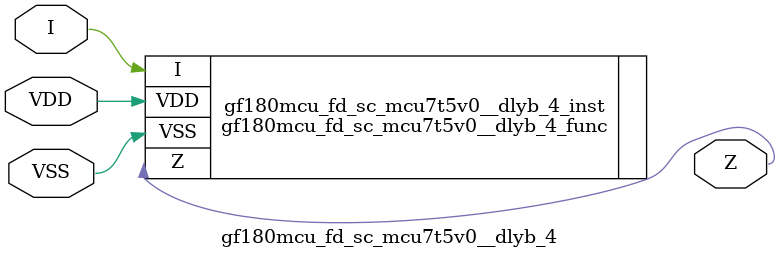
<source format=v>

module gf180mcu_fd_sc_mcu7t5v0__dlyb_4( I, Z, VDD, VSS );
input I;
inout VDD, VSS;
output Z;

   `ifdef FUNCTIONAL  //  functional //

	gf180mcu_fd_sc_mcu7t5v0__dlyb_4_func gf180mcu_fd_sc_mcu7t5v0__dlyb_4_behav_inst(.I(I),.Z(Z),.VDD(VDD),.VSS(VSS));

   `else

	gf180mcu_fd_sc_mcu7t5v0__dlyb_4_func gf180mcu_fd_sc_mcu7t5v0__dlyb_4_inst(.I(I),.Z(Z),.VDD(VDD),.VSS(VSS));

	// spec_gates_begin


	// spec_gates_end



   specify

	// specify_block_begin

	// comb arc I --> Z
	 (I => Z) = (1.0,1.0);

	// specify_block_end

   endspecify

   `endif

endmodule

</source>
